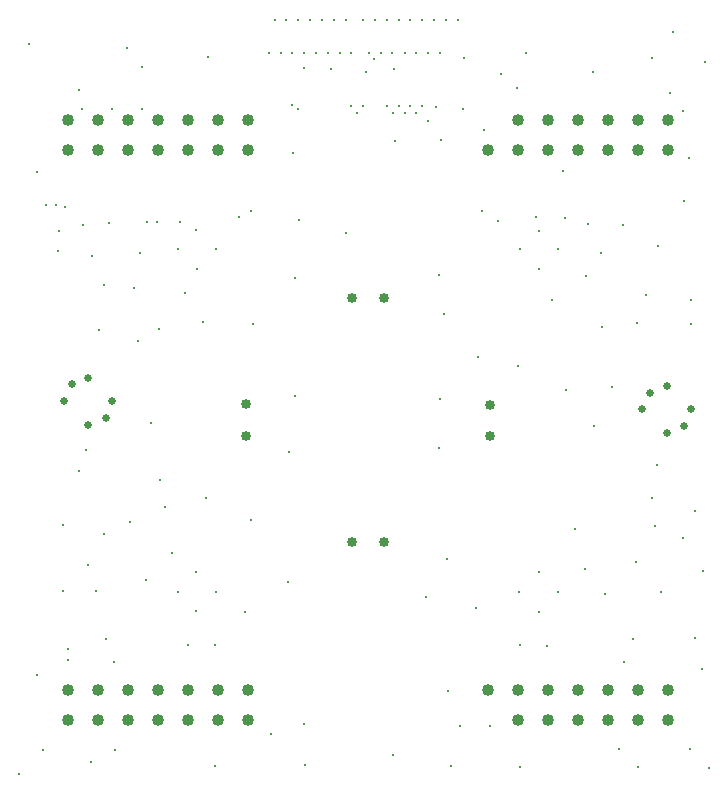
<source format=gbr>
G04 Layer_Color=0*
%FSLAX26Y26*%
%MOIN*%
%TF.FileFunction,Plated,1,4,PTH,Drill*%
%TF.Part,Single*%
G01*
G75*
%TA.AperFunction,ComponentDrill*%
%ADD93C,0.033465*%
%ADD94C,0.033465*%
%ADD95C,0.025000*%
%ADD96C,0.025000*%
%ADD97C,0.025000*%
%ADD98C,0.025000*%
%ADD99C,0.040000*%
%TA.AperFunction,ViaDrill,NotFilled*%
%ADD100C,0.010000*%
%ADD101C,0.008000*%
D93*
X813774Y1183274D02*
D03*
X1167328Y829720D02*
D03*
X1273618Y1642722D02*
D03*
X1627170Y1289168D02*
D03*
D94*
X813972Y1289366D02*
D03*
X1167524Y1642919D02*
D03*
X1273618Y829719D02*
D03*
X1627170Y1183274D02*
D03*
D95*
X2297000Y1273999D02*
D03*
X370000Y1300999D02*
D03*
D96*
X2275000Y1216999D02*
D03*
X2161000Y1328999D02*
D03*
X348000Y1243999D02*
D03*
X234000Y1355999D02*
D03*
D97*
X2217000Y1192999D02*
D03*
Y1351999D02*
D03*
X290000Y1219999D02*
D03*
Y1378999D02*
D03*
D98*
X2136378Y1272999D02*
D03*
X209378Y1299999D02*
D03*
D99*
X220490Y2136222D02*
D03*
X320490D02*
D03*
X420490D02*
D03*
X520490D02*
D03*
X620490D02*
D03*
X720490D02*
D03*
X820490D02*
D03*
X1620490D02*
D03*
X1720490D02*
D03*
X1820490D02*
D03*
X1920490D02*
D03*
X2020490D02*
D03*
X2120490D02*
D03*
X2220490D02*
D03*
X220490Y2236222D02*
D03*
X320490D02*
D03*
X420490D02*
D03*
X520490D02*
D03*
X620490D02*
D03*
X720490D02*
D03*
X820490D02*
D03*
X1720490D02*
D03*
X1820490D02*
D03*
X1920490D02*
D03*
X2020490D02*
D03*
X2120490D02*
D03*
X2220490D02*
D03*
X220490Y336221D02*
D03*
X320490D02*
D03*
X420490D02*
D03*
X520490D02*
D03*
X620490D02*
D03*
X720490D02*
D03*
X820490D02*
D03*
X1620490D02*
D03*
X1720490D02*
D03*
X1820490D02*
D03*
X1920490D02*
D03*
X2020490D02*
D03*
X2120490D02*
D03*
X2220490D02*
D03*
X220490Y236221D02*
D03*
X320490D02*
D03*
X420490D02*
D03*
X520490D02*
D03*
X620490D02*
D03*
X720490D02*
D03*
X820490D02*
D03*
X1720490D02*
D03*
X1820490D02*
D03*
X1920490D02*
D03*
X2020490D02*
D03*
X2120490D02*
D03*
X2220490D02*
D03*
D100*
X1087678Y2461000D02*
D03*
X1048308D02*
D03*
X1127048D02*
D03*
X1166418D02*
D03*
X1422322Y2235000D02*
D03*
X1363268Y2285000D02*
D03*
X1323898D02*
D03*
X1284528D02*
D03*
X1447000Y2280000D02*
D03*
X1402638Y2285000D02*
D03*
X1540000Y2273884D02*
D03*
X1973000Y2397000D02*
D03*
X297000Y98000D02*
D03*
X2074000Y429510D02*
D03*
X270000Y2275000D02*
D03*
X1243500Y2442126D02*
D03*
X1307000Y2409000D02*
D03*
X1205788Y2570000D02*
D03*
X1529000Y219000D02*
D03*
X793000Y1915000D02*
D03*
X833000Y1934000D02*
D03*
X2168000Y979186D02*
D03*
X2186000Y1088000D02*
D03*
X2073017Y1886984D02*
D03*
X1871000Y2066000D02*
D03*
X1954000Y1891000D02*
D03*
X1878000Y1910528D02*
D03*
X1781000Y1913000D02*
D03*
X1601000Y1934000D02*
D03*
X316000Y669000D02*
D03*
X188000Y1802000D02*
D03*
X2012000Y656712D02*
D03*
X359000Y1894000D02*
D03*
X221000Y436000D02*
D03*
X2312626Y935000D02*
D03*
X2168000Y2443000D02*
D03*
X2229500Y2328500D02*
D03*
X343000Y1687000D02*
D03*
X182000Y1954000D02*
D03*
X223000Y474000D02*
D03*
X212000Y1946094D02*
D03*
X148000Y1955000D02*
D03*
X520000Y1897000D02*
D03*
X485000D02*
D03*
X468000Y2275000D02*
D03*
X370000D02*
D03*
X1607000Y2205000D02*
D03*
X1720000Y2343000D02*
D03*
X1186102Y2260102D02*
D03*
X467000Y2414999D02*
D03*
X419000Y2477000D02*
D03*
X257000Y2339000D02*
D03*
X1008938Y2461000D02*
D03*
X989252Y2275000D02*
D03*
X890826Y2461174D02*
D03*
X930196Y2461000D02*
D03*
X325150Y1539000D02*
D03*
X139491Y137000D02*
D03*
X379000Y137000D02*
D03*
X910512Y2570000D02*
D03*
X1067992D02*
D03*
X949882D02*
D03*
X1028622D02*
D03*
X989252D02*
D03*
X1107362D02*
D03*
X969566Y2461000D02*
D03*
X1382952D02*
D03*
X1461692D02*
D03*
X1422322D02*
D03*
X2106085Y508085D02*
D03*
X1730000Y486000D02*
D03*
X2057000Y140922D02*
D03*
X2295000Y140000D02*
D03*
X2121999Y79999D02*
D03*
X1820000Y485000D02*
D03*
X1730000Y80000D02*
D03*
X710500Y84000D02*
D03*
X376000Y430000D02*
D03*
X349033Y508086D02*
D03*
X710500Y487500D02*
D03*
X620490D02*
D03*
X899000Y191000D02*
D03*
X1304000Y2260000D02*
D03*
X1540434Y2445434D02*
D03*
X1206000Y2285000D02*
D03*
X1656001Y1902001D02*
D03*
X2271000Y2267000D02*
D03*
X2293000Y2110000D02*
D03*
X595490Y1896000D02*
D03*
X1856338Y665354D02*
D03*
X1791338Y599000D02*
D03*
X1726000Y665354D02*
D03*
X1792150Y732000D02*
D03*
X714606Y665354D02*
D03*
X649606Y600000D02*
D03*
X588000Y665354D02*
D03*
X649606Y730000D02*
D03*
X714606Y1807088D02*
D03*
X649606Y1870000D02*
D03*
X650640Y1740000D02*
D03*
X588000Y1807088D02*
D03*
X1856338D02*
D03*
X1792000Y1869000D02*
D03*
X1730000Y1807088D02*
D03*
X1791338Y1740000D02*
D03*
X529000Y1037000D02*
D03*
X499150Y1227150D02*
D03*
X2003000Y1546172D02*
D03*
X2035000Y1347000D02*
D03*
X688768Y2448000D02*
D03*
X1008092Y2412058D02*
D03*
X1099000Y2408677D02*
D03*
X1312000Y2167000D02*
D03*
X1466167Y2172000D02*
D03*
X92000Y2491000D02*
D03*
X118000Y2064000D02*
D03*
X273000Y1889000D02*
D03*
X259000Y1068000D02*
D03*
X341000Y859000D02*
D03*
X206000Y667000D02*
D03*
X117000Y386000D02*
D03*
X58000Y59000D02*
D03*
X1010000Y225000D02*
D03*
X1304000Y120000D02*
D03*
X1488000Y333000D02*
D03*
X2360000Y77000D02*
D03*
X2311000Y510000D02*
D03*
X2197000Y664000D02*
D03*
X2271000Y843000D02*
D03*
X2300000Y1639000D02*
D03*
X2190000Y1817000D02*
D03*
X2276436Y1966000D02*
D03*
X2346000Y2432000D02*
D03*
X2237000Y2530000D02*
D03*
X1748000Y2460000D02*
D03*
X1664000Y2390000D02*
D03*
X992000Y1904000D02*
D03*
X978000Y1710000D02*
D03*
X1148000Y1862000D02*
D03*
X1458000Y1720000D02*
D03*
X672000Y1564000D02*
D03*
X526000Y1540001D02*
D03*
X682000Y976000D02*
D03*
X811000Y597000D02*
D03*
X977000Y1317000D02*
D03*
X1457000Y1143000D02*
D03*
X1415000Y649000D02*
D03*
X1912000Y875000D02*
D03*
X1975001Y1218469D02*
D03*
X1722000Y1416000D02*
D03*
X1836000Y1638000D02*
D03*
X441000Y1678000D02*
D03*
X455000Y1502000D02*
D03*
X281000Y1137000D02*
D03*
X429000Y898000D02*
D03*
X481150Y703000D02*
D03*
X570000Y793308D02*
D03*
X545000Y948000D02*
D03*
X1945000Y742000D02*
D03*
X2179000Y883000D02*
D03*
X2116000Y762603D02*
D03*
X2297000Y1559000D02*
D03*
X2147000Y1653000D02*
D03*
X2000000Y1794000D02*
D03*
X1947000Y1716000D02*
D03*
X2120000Y1562000D02*
D03*
X613000Y1662000D02*
D03*
X462000Y1795000D02*
D03*
X838000Y1559000D02*
D03*
X832827Y903000D02*
D03*
X955000Y699000D02*
D03*
X957000Y1132000D02*
D03*
X1463000Y1306000D02*
D03*
X1476000Y1592000D02*
D03*
X1588000Y1446000D02*
D03*
X1486000Y773000D02*
D03*
X1583000Y612000D02*
D03*
X287000Y755000D02*
D03*
X205000Y888000D02*
D03*
X303000Y1783000D02*
D03*
X191000Y1867000D02*
D03*
X1011000Y88000D02*
D03*
X2338000Y735000D02*
D03*
X2336000Y408000D02*
D03*
X1883000Y1338000D02*
D03*
X1499000Y85000D02*
D03*
X1630000Y218000D02*
D03*
X971000Y2126000D02*
D03*
X1164000Y2285000D02*
D03*
X1216000Y2399000D02*
D03*
X1521000Y2571000D02*
D03*
X1442000D02*
D03*
X1481000D02*
D03*
X1363000D02*
D03*
X1403000D02*
D03*
X1324000D02*
D03*
X1285000D02*
D03*
X1245000D02*
D03*
X1150000Y2570000D02*
D03*
X1224000Y2462000D02*
D03*
X1266000Y2461000D02*
D03*
X1345582D02*
D03*
X1303000D02*
D03*
X1343582Y2260000D02*
D03*
X1382952D02*
D03*
D101*
X969566Y2288000D02*
D03*
%TF.MD5,2A691AD4E3FCD8B321620BDB96F74A77*%
M02*

</source>
